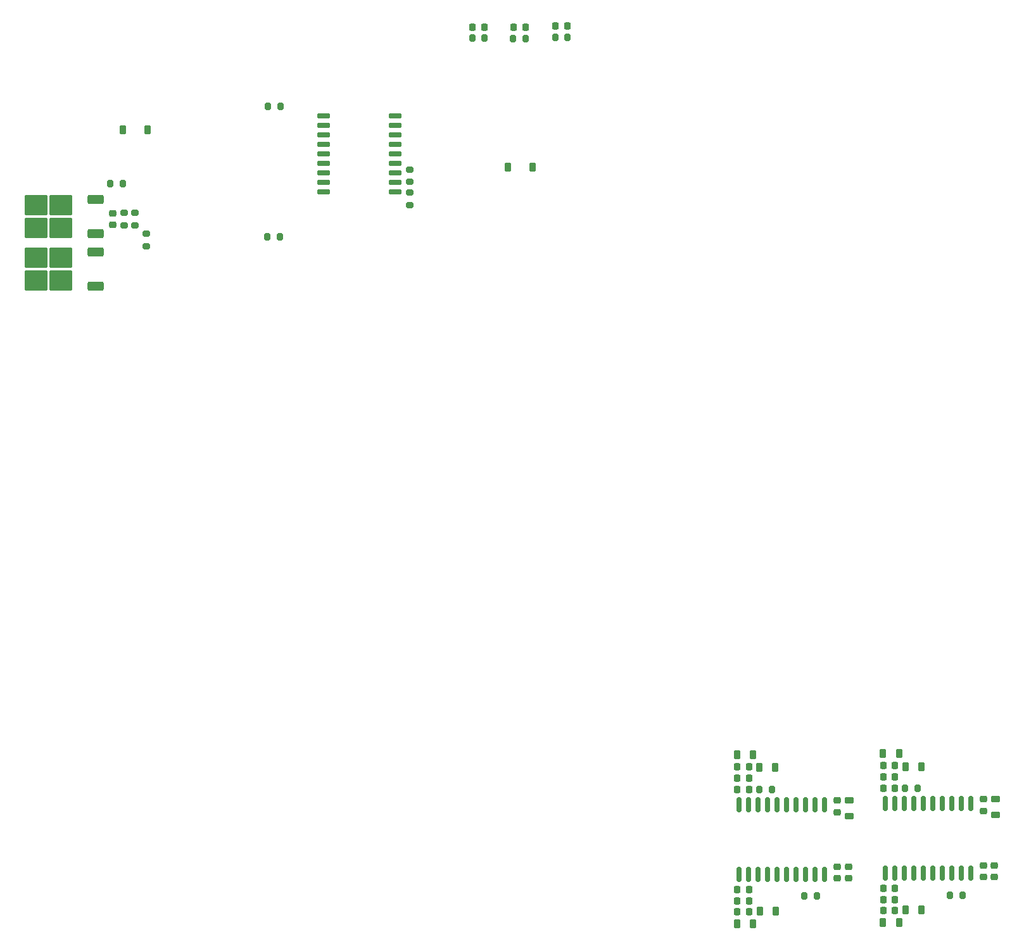
<source format=gbr>
%TF.GenerationSoftware,KiCad,Pcbnew,7.0.11*%
%TF.CreationDate,2025-03-20T11:18:49+09:00*%
%TF.ProjectId,RDC_Humanoid_Logic,5244435f-4875-46d6-916e-6f69645f4c6f,rev?*%
%TF.SameCoordinates,Original*%
%TF.FileFunction,Paste,Top*%
%TF.FilePolarity,Positive*%
%FSLAX46Y46*%
G04 Gerber Fmt 4.6, Leading zero omitted, Abs format (unit mm)*
G04 Created by KiCad (PCBNEW 7.0.11) date 2025-03-20 11:18:49*
%MOMM*%
%LPD*%
G01*
G04 APERTURE LIST*
G04 Aperture macros list*
%AMRoundRect*
0 Rectangle with rounded corners*
0 $1 Rounding radius*
0 $2 $3 $4 $5 $6 $7 $8 $9 X,Y pos of 4 corners*
0 Add a 4 corners polygon primitive as box body*
4,1,4,$2,$3,$4,$5,$6,$7,$8,$9,$2,$3,0*
0 Add four circle primitives for the rounded corners*
1,1,$1+$1,$2,$3*
1,1,$1+$1,$4,$5*
1,1,$1+$1,$6,$7*
1,1,$1+$1,$8,$9*
0 Add four rect primitives between the rounded corners*
20,1,$1+$1,$2,$3,$4,$5,0*
20,1,$1+$1,$4,$5,$6,$7,0*
20,1,$1+$1,$6,$7,$8,$9,0*
20,1,$1+$1,$8,$9,$2,$3,0*%
G04 Aperture macros list end*
%ADD10RoundRect,0.200000X-0.275000X0.200000X-0.275000X-0.200000X0.275000X-0.200000X0.275000X0.200000X0*%
%ADD11RoundRect,0.225000X-0.250000X0.225000X-0.250000X-0.225000X0.250000X-0.225000X0.250000X0.225000X0*%
%ADD12RoundRect,0.225000X0.225000X0.250000X-0.225000X0.250000X-0.225000X-0.250000X0.225000X-0.250000X0*%
%ADD13RoundRect,0.200000X0.200000X0.275000X-0.200000X0.275000X-0.200000X-0.275000X0.200000X-0.275000X0*%
%ADD14RoundRect,0.218750X-0.218750X-0.256250X0.218750X-0.256250X0.218750X0.256250X-0.218750X0.256250X0*%
%ADD15RoundRect,0.225000X-0.225000X-0.375000X0.225000X-0.375000X0.225000X0.375000X-0.225000X0.375000X0*%
%ADD16RoundRect,0.225000X0.250000X-0.225000X0.250000X0.225000X-0.250000X0.225000X-0.250000X-0.225000X0*%
%ADD17RoundRect,0.250000X0.850000X0.350000X-0.850000X0.350000X-0.850000X-0.350000X0.850000X-0.350000X0*%
%ADD18RoundRect,0.250000X1.275000X1.125000X-1.275000X1.125000X-1.275000X-1.125000X1.275000X-1.125000X0*%
%ADD19RoundRect,0.218750X0.381250X-0.218750X0.381250X0.218750X-0.381250X0.218750X-0.381250X-0.218750X0*%
%ADD20RoundRect,0.218750X0.218750X0.381250X-0.218750X0.381250X-0.218750X-0.381250X0.218750X-0.381250X0*%
%ADD21RoundRect,0.150000X-0.150000X0.875000X-0.150000X-0.875000X0.150000X-0.875000X0.150000X0.875000X0*%
%ADD22RoundRect,0.200000X-0.200000X-0.275000X0.200000X-0.275000X0.200000X0.275000X-0.200000X0.275000X0*%
%ADD23RoundRect,0.200000X0.275000X-0.200000X0.275000X0.200000X-0.275000X0.200000X-0.275000X-0.200000X0*%
%ADD24RoundRect,0.218750X-0.218750X-0.381250X0.218750X-0.381250X0.218750X0.381250X-0.218750X0.381250X0*%
%ADD25RoundRect,0.150000X0.725000X0.150000X-0.725000X0.150000X-0.725000X-0.150000X0.725000X-0.150000X0*%
%ADD26RoundRect,0.225000X0.225000X0.375000X-0.225000X0.375000X-0.225000X-0.375000X0.225000X-0.375000X0*%
G04 APERTURE END LIST*
D10*
%TO.C,R15*%
X83000000Y-50375000D03*
X83000000Y-52025000D03*
%TD*%
D11*
%TO.C,C15*%
X197900000Y-128800000D03*
X197900000Y-130350000D03*
%TD*%
D12*
%TO.C,C5*%
X166575000Y-127450000D03*
X165025000Y-127450000D03*
%TD*%
%TO.C,C4*%
X166575000Y-125950000D03*
X165025000Y-125950000D03*
%TD*%
D13*
%TO.C,R3*%
X169621200Y-127457200D03*
X167971200Y-127457200D03*
%TD*%
D14*
%TO.C,D4*%
X135100000Y-25557500D03*
X136675000Y-25557500D03*
%TD*%
%TO.C,D2*%
X129637500Y-25531250D03*
X131212500Y-25531250D03*
%TD*%
D13*
%TO.C,R14*%
X103825000Y-53600000D03*
X102175000Y-53600000D03*
%TD*%
D15*
%TO.C,D5*%
X134375000Y-44275000D03*
X137675000Y-44275000D03*
%TD*%
D12*
%TO.C,C12*%
X186075000Y-124300000D03*
X184525000Y-124300000D03*
%TD*%
D16*
%TO.C,C7*%
X178400000Y-139350000D03*
X178400000Y-137800000D03*
%TD*%
D11*
%TO.C,C6*%
X178400000Y-128950000D03*
X178400000Y-130500000D03*
%TD*%
D16*
%TO.C,C16*%
X197900000Y-139200000D03*
X197900000Y-137650000D03*
%TD*%
D14*
%TO.C,D3*%
X140732500Y-25400000D03*
X142307500Y-25400000D03*
%TD*%
D17*
%TO.C,Q2*%
X79200000Y-60180000D03*
D18*
X74575000Y-59425000D03*
X74575000Y-56375000D03*
X71225000Y-59425000D03*
X71225000Y-56375000D03*
D17*
X79200000Y-55620000D03*
%TD*%
D19*
%TO.C,FB3*%
X180000000Y-131050000D03*
X180000000Y-128925000D03*
%TD*%
D11*
%TO.C,C2*%
X81500000Y-50425000D03*
X81500000Y-51975000D03*
%TD*%
D20*
%TO.C,FB7*%
X189625000Y-124400000D03*
X187500000Y-124400000D03*
%TD*%
D19*
%TO.C,FB8*%
X199500000Y-130900000D03*
X199500000Y-128775000D03*
%TD*%
D10*
%TO.C,R7*%
X121200000Y-47675000D03*
X121200000Y-49325000D03*
%TD*%
D13*
%TO.C,R4*%
X175625000Y-141750000D03*
X173975000Y-141750000D03*
%TD*%
D21*
%TO.C,U1*%
X176715000Y-129500000D03*
X175445000Y-129500000D03*
X174175000Y-129500000D03*
X172905000Y-129500000D03*
X171635000Y-129500000D03*
X170365000Y-129500000D03*
X169095000Y-129500000D03*
X167825000Y-129500000D03*
X166555000Y-129500000D03*
X165285000Y-129500000D03*
X165285000Y-138800000D03*
X166555000Y-138800000D03*
X167825000Y-138800000D03*
X169095000Y-138800000D03*
X170365000Y-138800000D03*
X171635000Y-138800000D03*
X172905000Y-138800000D03*
X174175000Y-138800000D03*
X175445000Y-138800000D03*
X176715000Y-138800000D03*
%TD*%
D16*
%TO.C,C18*%
X199400000Y-139200000D03*
X199400000Y-137650000D03*
%TD*%
D22*
%TO.C,R10*%
X140675000Y-26900000D03*
X142325000Y-26900000D03*
%TD*%
D12*
%TO.C,C20*%
X186075000Y-143700000D03*
X184525000Y-143700000D03*
%TD*%
D23*
%TO.C,R12*%
X86000000Y-54825000D03*
X86000000Y-53175000D03*
%TD*%
D12*
%TO.C,C10*%
X166575000Y-142350000D03*
X165025000Y-142350000D03*
%TD*%
D22*
%TO.C,R1*%
X81175000Y-46500000D03*
X82825000Y-46500000D03*
%TD*%
D24*
%TO.C,FB5*%
X165000000Y-145450000D03*
X167125000Y-145450000D03*
%TD*%
D12*
%TO.C,C14*%
X186075000Y-127300000D03*
X184525000Y-127300000D03*
%TD*%
D20*
%TO.C,FB6*%
X186625000Y-122700000D03*
X184500000Y-122700000D03*
%TD*%
D24*
%TO.C,FB10*%
X184500000Y-145300000D03*
X186625000Y-145300000D03*
%TD*%
%TO.C,FB4*%
X168000000Y-143750000D03*
X170125000Y-143750000D03*
%TD*%
D17*
%TO.C,Q1*%
X79200000Y-53180000D03*
D18*
X74575000Y-52425000D03*
X74575000Y-49375000D03*
X71225000Y-52425000D03*
X71225000Y-49375000D03*
D17*
X79200000Y-48620000D03*
%TD*%
D16*
%TO.C,C9*%
X179900000Y-139350000D03*
X179900000Y-137800000D03*
%TD*%
D12*
%TO.C,C17*%
X186075000Y-140700000D03*
X184525000Y-140700000D03*
%TD*%
%TO.C,C8*%
X166575000Y-140850000D03*
X165025000Y-140850000D03*
%TD*%
D25*
%TO.C,U4*%
X119250000Y-47580000D03*
X119250000Y-46310000D03*
X119250000Y-45040000D03*
X119250000Y-43770000D03*
X119250000Y-42500000D03*
X119250000Y-41230000D03*
X119250000Y-39960000D03*
X119250000Y-38690000D03*
X119250000Y-37420000D03*
X109700000Y-37420000D03*
X109700000Y-38690000D03*
X109700000Y-39960000D03*
X109700000Y-41230000D03*
X109700000Y-42500000D03*
X109700000Y-43770000D03*
X109700000Y-45040000D03*
X109700000Y-46310000D03*
X109700000Y-47580000D03*
%TD*%
D13*
%TO.C,R5*%
X189115200Y-127330200D03*
X187465200Y-127330200D03*
%TD*%
D12*
%TO.C,C13*%
X186075000Y-125800000D03*
X184525000Y-125800000D03*
%TD*%
%TO.C,C11*%
X166575000Y-143850000D03*
X165025000Y-143850000D03*
%TD*%
D23*
%TO.C,R2*%
X84500000Y-52025000D03*
X84500000Y-50375000D03*
%TD*%
D13*
%TO.C,R13*%
X103925000Y-36100000D03*
X102275000Y-36100000D03*
%TD*%
D12*
%TO.C,C19*%
X186075000Y-142200000D03*
X184525000Y-142200000D03*
%TD*%
D21*
%TO.C,U2*%
X196215000Y-129350000D03*
X194945000Y-129350000D03*
X193675000Y-129350000D03*
X192405000Y-129350000D03*
X191135000Y-129350000D03*
X189865000Y-129350000D03*
X188595000Y-129350000D03*
X187325000Y-129350000D03*
X186055000Y-129350000D03*
X184785000Y-129350000D03*
X184785000Y-138650000D03*
X186055000Y-138650000D03*
X187325000Y-138650000D03*
X188595000Y-138650000D03*
X189865000Y-138650000D03*
X191135000Y-138650000D03*
X192405000Y-138650000D03*
X193675000Y-138650000D03*
X194945000Y-138650000D03*
X196215000Y-138650000D03*
%TD*%
D12*
%TO.C,C3*%
X166575000Y-124450000D03*
X165025000Y-124450000D03*
%TD*%
D20*
%TO.C,FB1*%
X167125000Y-122850000D03*
X165000000Y-122850000D03*
%TD*%
D23*
%TO.C,R8*%
X121200000Y-46225000D03*
X121200000Y-44575000D03*
%TD*%
D22*
%TO.C,R11*%
X135042500Y-27057500D03*
X136692500Y-27057500D03*
%TD*%
D20*
%TO.C,FB2*%
X170100000Y-124550000D03*
X167975000Y-124550000D03*
%TD*%
D24*
%TO.C,FB9*%
X187500000Y-143600000D03*
X189625000Y-143600000D03*
%TD*%
D13*
%TO.C,R6*%
X195125000Y-141600000D03*
X193475000Y-141600000D03*
%TD*%
D22*
%TO.C,R9*%
X129580000Y-27031250D03*
X131230000Y-27031250D03*
%TD*%
D26*
%TO.C,D1*%
X86180200Y-39243000D03*
X82880200Y-39243000D03*
%TD*%
M02*

</source>
